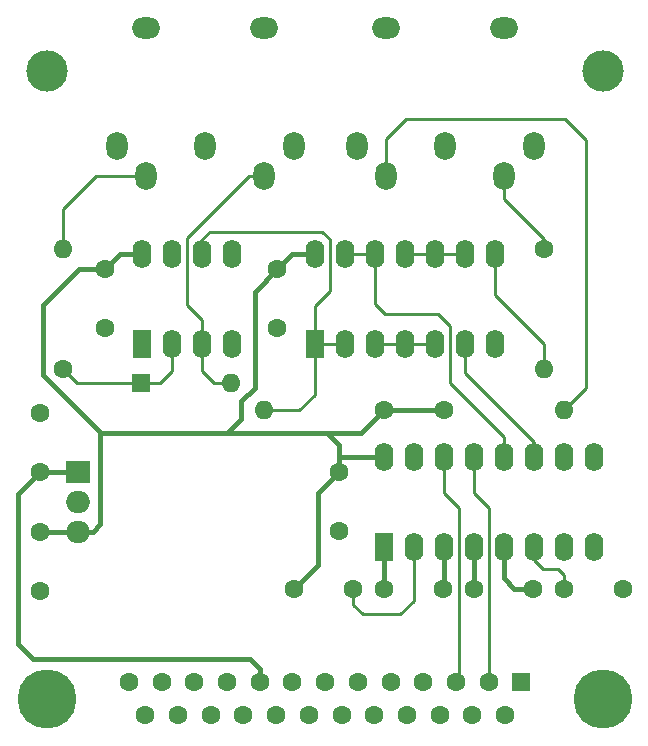
<source format=gtl>
G04 #@! TF.GenerationSoftware,KiCad,Pcbnew,(5.1.8)-1*
G04 #@! TF.CreationDate,2022-02-21T01:44:32+01:00*
G04 #@! TF.ProjectId,BulkyMIDI-32 Amiga,42756c6b-794d-4494-9449-2d333220416d,rev?*
G04 #@! TF.SameCoordinates,Original*
G04 #@! TF.FileFunction,Copper,L1,Top*
G04 #@! TF.FilePolarity,Positive*
%FSLAX46Y46*%
G04 Gerber Fmt 4.6, Leading zero omitted, Abs format (unit mm)*
G04 Created by KiCad (PCBNEW (5.1.8)-1) date 2022-02-21 01:44:32*
%MOMM*%
%LPD*%
G01*
G04 APERTURE LIST*
G04 #@! TA.AperFunction,WasherPad*
%ADD10C,5.000000*%
G04 #@! TD*
G04 #@! TA.AperFunction,ComponentPad*
%ADD11C,1.600000*%
G04 #@! TD*
G04 #@! TA.AperFunction,ComponentPad*
%ADD12R,1.600000X1.600000*%
G04 #@! TD*
G04 #@! TA.AperFunction,ComponentPad*
%ADD13O,1.800000X2.400000*%
G04 #@! TD*
G04 #@! TA.AperFunction,WasherPad*
%ADD14O,2.400000X1.800000*%
G04 #@! TD*
G04 #@! TA.AperFunction,ComponentPad*
%ADD15O,1.600000X1.600000*%
G04 #@! TD*
G04 #@! TA.AperFunction,ComponentPad*
%ADD16R,1.600000X2.400000*%
G04 #@! TD*
G04 #@! TA.AperFunction,ComponentPad*
%ADD17O,1.600000X2.400000*%
G04 #@! TD*
G04 #@! TA.AperFunction,WasherPad*
%ADD18C,3.500000*%
G04 #@! TD*
G04 #@! TA.AperFunction,ComponentPad*
%ADD19R,2.000000X1.905000*%
G04 #@! TD*
G04 #@! TA.AperFunction,ComponentPad*
%ADD20O,2.000000X1.905000*%
G04 #@! TD*
G04 #@! TA.AperFunction,Conductor*
%ADD21C,0.381000*%
G04 #@! TD*
G04 #@! TA.AperFunction,Conductor*
%ADD22C,0.250000*%
G04 #@! TD*
G04 APERTURE END LIST*
D10*
X141660000Y-126515000D03*
X94560000Y-126515000D03*
D11*
X102875000Y-127935000D03*
X105645000Y-127935000D03*
X108415000Y-127935000D03*
X111185000Y-127935000D03*
X113955000Y-127935000D03*
X116725000Y-127935000D03*
X119495000Y-127935000D03*
X122265000Y-127935000D03*
X125035000Y-127935000D03*
X127805000Y-127935000D03*
X130575000Y-127935000D03*
X133345000Y-127935000D03*
X101490000Y-125095000D03*
X104260000Y-125095000D03*
X107030000Y-125095000D03*
X109800000Y-125095000D03*
X112570000Y-125095000D03*
X115340000Y-125095000D03*
X118110000Y-125095000D03*
X120880000Y-125095000D03*
X123650000Y-125095000D03*
X126420000Y-125095000D03*
X129190000Y-125095000D03*
X131960000Y-125095000D03*
D12*
X134730000Y-125095000D03*
D13*
X107950000Y-79756000D03*
D14*
X102950000Y-69756000D03*
X112950000Y-69756000D03*
D13*
X100450000Y-79756000D03*
X115450000Y-79756000D03*
X102950000Y-82256000D03*
X112950000Y-82256000D03*
X128270000Y-79756000D03*
D14*
X123270000Y-69756000D03*
X133270000Y-69756000D03*
D13*
X120770000Y-79756000D03*
X135770000Y-79756000D03*
X123270000Y-82256000D03*
X133270000Y-82256000D03*
D12*
X102539800Y-99771200D03*
D15*
X110159800Y-99771200D03*
X112903000Y-102108000D03*
D11*
X123063000Y-102108000D03*
X128143000Y-102108000D03*
D15*
X138303000Y-102108000D03*
X136652000Y-98577400D03*
D11*
X136652000Y-88417400D03*
X95885000Y-98577400D03*
D15*
X95885000Y-88417400D03*
D16*
X102616000Y-96520000D03*
D17*
X110236000Y-88900000D03*
X105156000Y-96520000D03*
X107696000Y-88900000D03*
X107696000Y-96520000D03*
X105156000Y-88900000D03*
X110236000Y-96520000D03*
X102616000Y-88900000D03*
D16*
X117221000Y-96520000D03*
D17*
X132461000Y-88900000D03*
X119761000Y-96520000D03*
X129921000Y-88900000D03*
X122301000Y-96520000D03*
X127381000Y-88900000D03*
X124841000Y-96520000D03*
X124841000Y-88900000D03*
X127381000Y-96520000D03*
X122301000Y-88900000D03*
X129921000Y-96520000D03*
X119761000Y-88900000D03*
X132461000Y-96520000D03*
X117221000Y-88900000D03*
D11*
X99441000Y-90170000D03*
X99441000Y-95170000D03*
X114046000Y-95170000D03*
X114046000Y-90170000D03*
D18*
X94560000Y-73406000D03*
X141660000Y-73406000D03*
D11*
X93980000Y-107315000D03*
X93980000Y-102315000D03*
X119253000Y-112315000D03*
X119253000Y-107315000D03*
X93980000Y-117395000D03*
X93980000Y-112395000D03*
X115459500Y-117221000D03*
X120459500Y-117221000D03*
X138303000Y-117221000D03*
X143303000Y-117221000D03*
X130683000Y-117221000D03*
X135683000Y-117221000D03*
X128063000Y-117221000D03*
X123063000Y-117221000D03*
D16*
X123063000Y-113665000D03*
D17*
X140843000Y-106045000D03*
X125603000Y-113665000D03*
X138303000Y-106045000D03*
X128143000Y-113665000D03*
X135763000Y-106045000D03*
X130683000Y-113665000D03*
X133223000Y-106045000D03*
X133223000Y-113665000D03*
X130683000Y-106045000D03*
X135763000Y-113665000D03*
X128143000Y-106045000D03*
X138303000Y-113665000D03*
X125603000Y-106045000D03*
X140843000Y-113665000D03*
X123063000Y-106045000D03*
D19*
X97155000Y-107315000D03*
D20*
X97155000Y-109855000D03*
X97155000Y-112395000D03*
D21*
X100711000Y-88900000D02*
X99441000Y-90170000D01*
X102616000Y-88900000D02*
X100711000Y-88900000D01*
X115316000Y-88900000D02*
X114046000Y-90170000D01*
X117221000Y-88900000D02*
X115316000Y-88900000D01*
X97155000Y-112395000D02*
X93980000Y-112395000D01*
X99060000Y-111760000D02*
X98425000Y-112395000D01*
X98425000Y-112395000D02*
X97155000Y-112395000D01*
X123063000Y-106045000D02*
X120523000Y-106045000D01*
X119253000Y-107315000D02*
X117475000Y-109093000D01*
X117475000Y-115205500D02*
X115459500Y-117221000D01*
X117475000Y-109093000D02*
X117475000Y-115205500D01*
X119253000Y-107315000D02*
X119253000Y-106045000D01*
X119253000Y-106045000D02*
X120523000Y-106045000D01*
X99060000Y-106045000D02*
X99060000Y-111760000D01*
X99060000Y-103911400D02*
X99060000Y-106045000D01*
X123063000Y-102108000D02*
X128143000Y-102108000D01*
X99187000Y-104038400D02*
X99060000Y-103911400D01*
X97282000Y-90170000D02*
X99441000Y-90170000D01*
X94234000Y-93218000D02*
X97282000Y-90170000D01*
X94234000Y-99085400D02*
X94234000Y-93218000D01*
X99060000Y-103911400D02*
X94234000Y-99085400D01*
X109829600Y-104038400D02*
X99187000Y-104038400D01*
X110998000Y-102870000D02*
X109829600Y-104038400D01*
X110998000Y-101346000D02*
X110998000Y-102870000D01*
X112166400Y-100177600D02*
X110998000Y-101346000D01*
X112166400Y-92049600D02*
X112166400Y-100177600D01*
X114046000Y-90170000D02*
X112166400Y-92049600D01*
X119253000Y-105029000D02*
X118262400Y-104038400D01*
X119253000Y-106045000D02*
X119253000Y-105029000D01*
X118262400Y-104038400D02*
X109829600Y-104038400D01*
X121132600Y-104038400D02*
X118262400Y-104038400D01*
X123063000Y-102108000D02*
X121132600Y-104038400D01*
D22*
X104114600Y-99771200D02*
X102539800Y-99771200D01*
X105156000Y-98729800D02*
X104114600Y-99771200D01*
X105156000Y-96520000D02*
X105156000Y-98729800D01*
X97078800Y-99771200D02*
X95885000Y-98577400D01*
X102539800Y-99771200D02*
X97078800Y-99771200D01*
X107696000Y-94488000D02*
X107696000Y-96520000D01*
X106426000Y-93218000D02*
X107696000Y-94488000D01*
X106426000Y-87503000D02*
X106426000Y-93218000D01*
X111673000Y-82256000D02*
X106426000Y-87503000D01*
X112950000Y-82256000D02*
X111673000Y-82256000D01*
X108737400Y-99771200D02*
X110159800Y-99771200D01*
X107696000Y-98729800D02*
X108737400Y-99771200D01*
X107696000Y-96520000D02*
X107696000Y-98729800D01*
X136652000Y-87630000D02*
X136652000Y-88900000D01*
X133270000Y-84248000D02*
X136652000Y-87630000D01*
X133270000Y-82256000D02*
X133270000Y-84248000D01*
X140208000Y-100203000D02*
X138303000Y-102108000D01*
X138430000Y-77470000D02*
X140208000Y-79248000D01*
X140208000Y-79248000D02*
X140208000Y-100203000D01*
X124968000Y-77470000D02*
X138430000Y-77470000D01*
X123270000Y-79168000D02*
X124968000Y-77470000D01*
X123270000Y-82256000D02*
X123270000Y-79168000D01*
X102950000Y-82256000D02*
X98719000Y-82256000D01*
X98719000Y-82256000D02*
X95885000Y-85090000D01*
X95885000Y-88417400D02*
X95885000Y-85090000D01*
X117221000Y-96520000D02*
X119761000Y-96520000D01*
X117221000Y-93281500D02*
X117221000Y-96520000D01*
X118491000Y-92011500D02*
X117221000Y-93281500D01*
X118491000Y-87630000D02*
X118491000Y-92011500D01*
X117856000Y-86995000D02*
X118491000Y-87630000D01*
X108331000Y-86995000D02*
X117856000Y-86995000D01*
X107696000Y-87630000D02*
X108331000Y-86995000D01*
X107696000Y-88900000D02*
X107696000Y-87630000D01*
X112903000Y-102108000D02*
X115874800Y-102108000D01*
X117221000Y-100761800D02*
X117221000Y-96520000D01*
X115874800Y-102108000D02*
X117221000Y-100761800D01*
X136652000Y-96520000D02*
X136652000Y-98552000D01*
X132461000Y-92329000D02*
X136652000Y-96520000D01*
X132461000Y-88900000D02*
X132461000Y-92329000D01*
X129921000Y-88900000D02*
X127381000Y-88900000D01*
X124841000Y-88900000D02*
X127381000Y-88900000D01*
X122301000Y-96520000D02*
X124841000Y-96520000D01*
X124841000Y-96520000D02*
X127381000Y-96520000D01*
D21*
X97155000Y-107315000D02*
X93980000Y-107315000D01*
X112570000Y-124000000D02*
X112570000Y-125095000D01*
X93345000Y-123190000D02*
X111760000Y-123190000D01*
X92075000Y-121920000D02*
X93345000Y-123190000D01*
X111760000Y-123190000D02*
X112570000Y-124000000D01*
X92075000Y-109220000D02*
X92075000Y-121920000D01*
X93980000Y-107315000D02*
X92075000Y-109220000D01*
D22*
X120459500Y-117221000D02*
X120459500Y-118554500D01*
X120459500Y-118554500D02*
X121285000Y-119380000D01*
X121285000Y-119380000D02*
X124460000Y-119380000D01*
X125603000Y-118237000D02*
X125603000Y-113665000D01*
X124460000Y-119380000D02*
X125603000Y-118237000D01*
X135763000Y-113665000D02*
X135763000Y-114808000D01*
X135763000Y-114808000D02*
X136525000Y-115570000D01*
X136525000Y-115570000D02*
X137795000Y-115570000D01*
X138303000Y-116078000D02*
X138303000Y-117221000D01*
X137795000Y-115570000D02*
X138303000Y-116078000D01*
D21*
X130683000Y-113665000D02*
X130683000Y-117221000D01*
X133223000Y-113665000D02*
X133223000Y-116332000D01*
X134112000Y-117221000D02*
X135683000Y-117221000D01*
X133223000Y-116332000D02*
X134112000Y-117221000D01*
X128143000Y-117141000D02*
X128063000Y-117221000D01*
X128143000Y-113665000D02*
X128143000Y-117141000D01*
X123063000Y-113665000D02*
X123063000Y-117221000D01*
D22*
X130683000Y-109093000D02*
X130683000Y-106045000D01*
X131960000Y-110370000D02*
X130683000Y-109093000D01*
X131960000Y-125095000D02*
X131960000Y-110370000D01*
X128143000Y-109093000D02*
X128143000Y-106045000D01*
X129413000Y-110363000D02*
X128143000Y-109093000D01*
X129413000Y-124872000D02*
X129413000Y-110363000D01*
X129190000Y-125095000D02*
X129413000Y-124872000D01*
X122301000Y-88900000D02*
X119761000Y-88900000D01*
X133223000Y-104394000D02*
X133223000Y-106045000D01*
X128651000Y-99822000D02*
X133223000Y-104394000D01*
X128651000Y-94996000D02*
X128651000Y-99822000D01*
X127635000Y-93980000D02*
X128651000Y-94996000D01*
X123190000Y-93980000D02*
X127635000Y-93980000D01*
X122301000Y-93091000D02*
X123190000Y-93980000D01*
X122301000Y-88900000D02*
X122301000Y-93091000D01*
X135763000Y-106045000D02*
X135763000Y-104775000D01*
X129921000Y-98933000D02*
X129921000Y-96520000D01*
X135763000Y-104775000D02*
X129921000Y-98933000D01*
M02*

</source>
